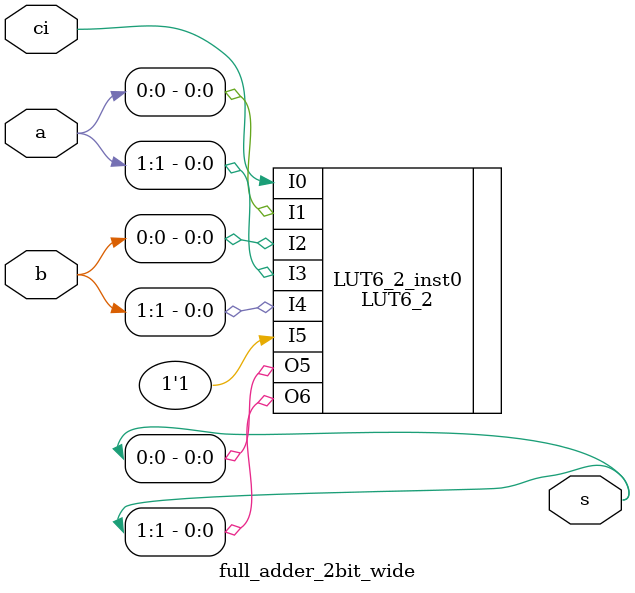
<source format=v>
/*******************************************************************************
  Copyright 2019 Kurt Baty

  Licensed under the Apache License, Version 2.0 (the "License");
  you may not use this file except in compliance with the License.
  You may obtain a copy of the License at

    http://www.apache.org/licenses/LICENSE-2.0

  Unless required by applicable law or agreed to in writing, software
  distributed under the License is distributed on an "AS IS" BASIS,
  WITHOUT WARRANTIES OR CONDITIONS OF ANY KIND, either express or implied.
  See the License for the specific language governing permissions and
  limitations under the License.
*******************************************************************************/

//
// full_adder_2bit_wide
//
//  11/8/2019
//
//  by Kurt Baty
//

(* keep_hierarchy = "yes" *) 
module full_adder_2bit_wide(a,b,ci,s);
   input   [1:0] a,b;
   input         ci;
   output  [1:0] s;

   wire    [1:0] s;


//   assign s[0] = a[0] ^ b[0] ^ ci;
//   assign s[1] = a[1] ^ b[1] ^ ((a[0] & b[0]) | (a[0] & ci) | (b[0] & ci));


// LUT6: 6-Bit Look-Up Table
//         UltraScale
// Xilinx HDL Libraries Guide, version 2014.1

   LUT6_2 #(
      .INIT(64'he817_17e8_9696_9696) // Logic function
   )
   LUT6_2_inst0
   (
      .O6(s[1]),    //1-bit output: LUT
      .O5(s[0]),    //1-bit output: LUT
      .I0(ci),      //1-bit input:  LUT
      .I1(a[0]),    //1-bit input:  LUT
      .I2(b[0]),    //1-bit input:  LUT
      .I3(a[1]),    //1-bit input:  LUT
      .I4(b[1]),    //1-bit input:  LUT
      .I5(1'b1)     //1-bit input:  LUT
   );


endmodule


</source>
